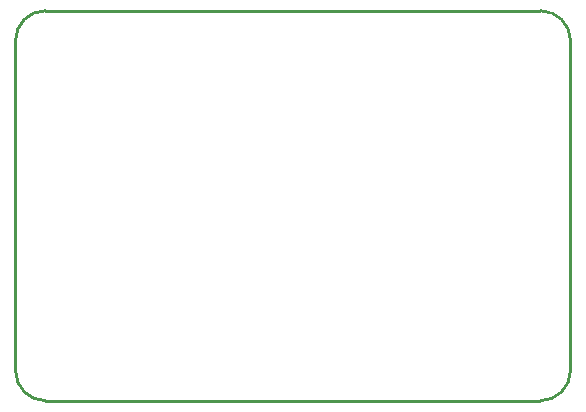
<source format=gm1>
G04*
G04 #@! TF.GenerationSoftware,Altium Limited,Altium Designer,20.1.11 (218)*
G04*
G04 Layer_Color=16711935*
%FSAX25Y25*%
%MOIN*%
G70*
G04*
G04 #@! TF.SameCoordinates,AC60C541-8D92-4DB1-9754-A0BA6A31DCDC*
G04*
G04*
G04 #@! TF.FilePolarity,Positive*
G04*
G01*
G75*
%ADD12C,0.01000*%
D12*
X-0022000Y0115000D02*
G03*
X-0032000Y0105000I0000000J-0010000D01*
G01*
X0153000D02*
G03*
X0143000Y0115000I-0010000J0000000D01*
G01*
Y-0015000D02*
G03*
X0153000Y-0005000I0000000J0010000D01*
G01*
X-0032000D02*
G03*
X-0022000Y-0015000I0010000J0000000D01*
G01*
X-0032000Y0011000D02*
Y0105000D01*
X-0022000Y0115000D02*
X0143000Y0115000D01*
X0153000Y-0005000D02*
X0153000Y0105000D01*
X-0022000Y-0015000D02*
X0143000Y-0015000D01*
X-0032000Y-0005000D02*
Y0011000D01*
M02*

</source>
